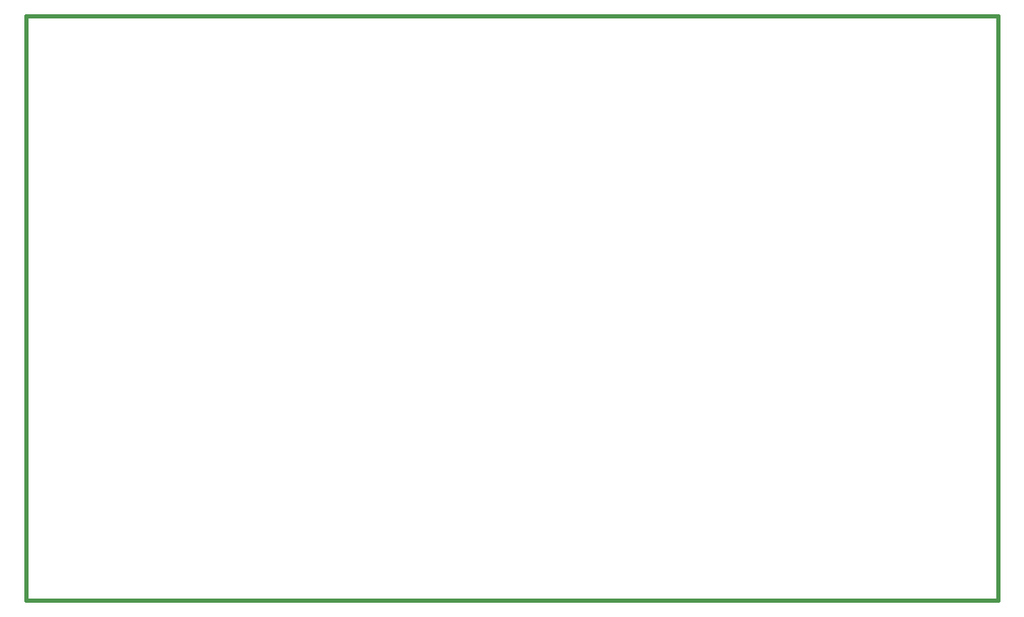
<source format=gm1>
%TF.GenerationSoftware,KiCad,Pcbnew,6.0.5-a6ca702e91~116~ubuntu20.04.1*%
%TF.CreationDate,2022-05-18T10:56:59+02:00*%
%TF.ProjectId,StationMeteo,53746174-696f-46e4-9d65-74656f2e6b69,rev?*%
%TF.SameCoordinates,PX21e9a40PY196f3b0*%
%TF.FileFunction,Profile,NP*%
%FSLAX46Y46*%
G04 Gerber Fmt 4.6, Leading zero omitted, Abs format (unit mm)*
G04 Created by KiCad (PCBNEW 6.0.5-a6ca702e91~116~ubuntu20.04.1) date 2022-05-18 10:56:59*
%MOMM*%
%LPD*%
G01*
G04 APERTURE LIST*
%TA.AperFunction,Profile*%
%ADD10C,0.400000*%
%TD*%
G04 APERTURE END LIST*
D10*
X0Y0D02*
X98000000Y0D01*
X98000000Y0D02*
X98000000Y-59000000D01*
X98000000Y-59000000D02*
X0Y-59000000D01*
X0Y-59000000D02*
X0Y0D01*
M02*

</source>
